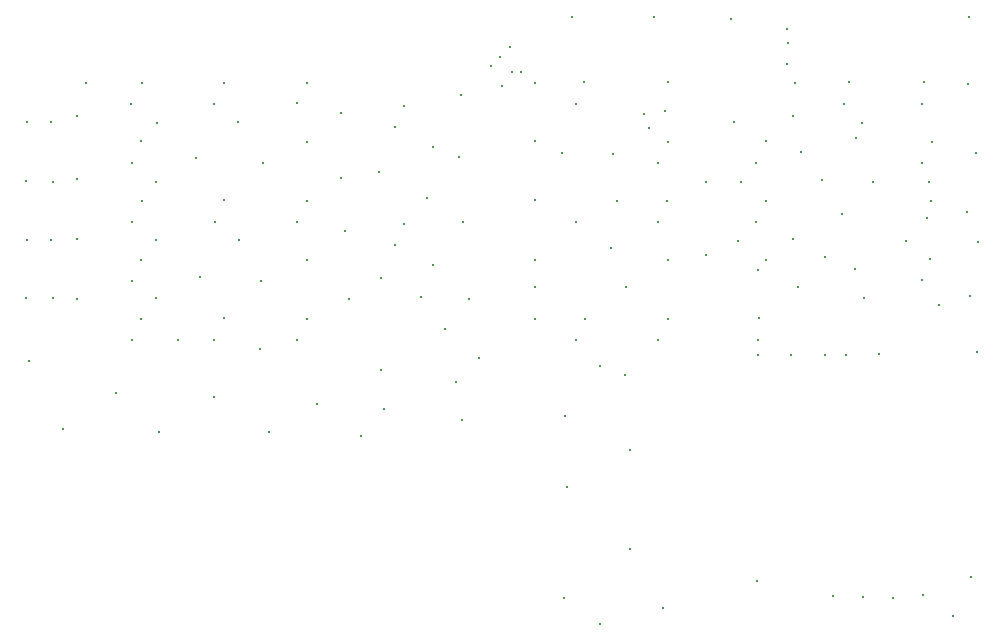
<source format=gbr>
%TF.GenerationSoftware,KiCad,Pcbnew,9.0.5*%
%TF.CreationDate,2025-11-12T22:48:52+02:00*%
%TF.ProjectId,Business_Card,42757369-6e65-4737-935f-436172642e6b,rev?*%
%TF.SameCoordinates,Original*%
%TF.FileFunction,Plated,1,4,PTH,Drill*%
%TF.FilePolarity,Positive*%
%FSLAX46Y46*%
G04 Gerber Fmt 4.6, Leading zero omitted, Abs format (unit mm)*
G04 Created by KiCad (PCBNEW 9.0.5) date 2025-11-12 22:48:52*
%MOMM*%
%LPD*%
G01*
G04 APERTURE LIST*
%TA.AperFunction,ViaDrill*%
%ADD10C,0.300000*%
%TD*%
G04 APERTURE END LIST*
D10*
X84410418Y-102470000D03*
X84410418Y-112350000D03*
X84500000Y-107460000D03*
X84510000Y-97450000D03*
X84720000Y-117660000D03*
X86580000Y-107460000D03*
X86590000Y-97450000D03*
X86690000Y-102500000D03*
X86690000Y-112350000D03*
X87540000Y-123470000D03*
X88720000Y-112450000D03*
X88750000Y-107340000D03*
X88770000Y-102300000D03*
X88790000Y-96940000D03*
X89490000Y-94120000D03*
X92030000Y-120420000D03*
X93360000Y-95900000D03*
X93370000Y-100890000D03*
X93370000Y-105900000D03*
X93370000Y-110890000D03*
X93409501Y-115888712D03*
X94190000Y-99100000D03*
X94190000Y-109100000D03*
X94190000Y-114130000D03*
X94220000Y-94110000D03*
X94230000Y-104130000D03*
X95440000Y-112330000D03*
X95460000Y-102510000D03*
X95460000Y-107450000D03*
X95520000Y-97500000D03*
X95700000Y-123720000D03*
X97270000Y-115940000D03*
X98860000Y-100480000D03*
X99130000Y-110550000D03*
X100320000Y-120750000D03*
X100350000Y-95900000D03*
X100370000Y-115890000D03*
X100430000Y-105890000D03*
X101170000Y-114080000D03*
X101220000Y-94110000D03*
X101230000Y-104080000D03*
X102420000Y-97430000D03*
X102460000Y-107470000D03*
X104290000Y-116650000D03*
X104360000Y-110930000D03*
X104540000Y-100900000D03*
X104980000Y-123720000D03*
X107360000Y-105880000D03*
X107400000Y-95880000D03*
X107420000Y-115890000D03*
X108200000Y-94110000D03*
X108200000Y-99110000D03*
X108220000Y-104120000D03*
X108220000Y-109120000D03*
X108220000Y-114110000D03*
X109060000Y-121330000D03*
X111080000Y-96660000D03*
X111080000Y-102150000D03*
X111410000Y-106720000D03*
X111820000Y-112410000D03*
X112810000Y-124010000D03*
X114320000Y-101720000D03*
X114480000Y-118440000D03*
X114500000Y-110680000D03*
X114750000Y-121740000D03*
X115670000Y-97900000D03*
X115720000Y-107870000D03*
X116460000Y-96100000D03*
X116460000Y-106110000D03*
X117870000Y-112290000D03*
X118410000Y-103860000D03*
X118870000Y-99590000D03*
X118870000Y-109570000D03*
X119940000Y-114970000D03*
X120810000Y-119480000D03*
X121100000Y-100400000D03*
X121270000Y-95190000D03*
X121350000Y-122690000D03*
X121400000Y-105880000D03*
X121980000Y-112460000D03*
X122770000Y-117460000D03*
X123806541Y-92707913D03*
X124606541Y-91907913D03*
X124780415Y-94379999D03*
X125406547Y-91107913D03*
X125580209Y-93210000D03*
X126381875Y-93192973D03*
X127500000Y-111379000D03*
X127520000Y-114110000D03*
X127530000Y-99090000D03*
X127550000Y-94130000D03*
X127550000Y-104090000D03*
X127550000Y-109100000D03*
X129810000Y-100090000D03*
X129990000Y-137750000D03*
X130100000Y-122320000D03*
X130270000Y-128380000D03*
X130640000Y-88590000D03*
X130970000Y-105890000D03*
X130970000Y-115910000D03*
X131010000Y-95910000D03*
X131720000Y-94080000D03*
X131780000Y-114100000D03*
X133000000Y-139950000D03*
X133010000Y-118150000D03*
X133980000Y-108160000D03*
X134160000Y-100180000D03*
X134490000Y-104130000D03*
X135190000Y-118830000D03*
X135220000Y-111380000D03*
X135560000Y-125230000D03*
X135560000Y-133580000D03*
X136760000Y-96810000D03*
X137190000Y-97940000D03*
X137600000Y-88590000D03*
X137960000Y-100920000D03*
X137970000Y-115890000D03*
X137980000Y-105900000D03*
X138390000Y-138620000D03*
X138562422Y-96561470D03*
X138670000Y-104140000D03*
X138820000Y-94100000D03*
X138820000Y-99130000D03*
X138820000Y-109100000D03*
X138820000Y-114110000D03*
X141980000Y-108720000D03*
X141990000Y-102500000D03*
X144090000Y-88770000D03*
X144420000Y-97480000D03*
X144730000Y-107540000D03*
X144940000Y-102520000D03*
X146250000Y-100890000D03*
X146250000Y-105890000D03*
X146330000Y-136340000D03*
X146400000Y-117154076D03*
X146430000Y-109979000D03*
X146440000Y-115870000D03*
X146460000Y-114080000D03*
X147060000Y-109100000D03*
X147080000Y-104110000D03*
X147130000Y-99100000D03*
X148840415Y-92499999D03*
X148870415Y-89599999D03*
X148970415Y-90800825D03*
X149170000Y-117154076D03*
X149360000Y-96930000D03*
X149400000Y-107350000D03*
X149550000Y-94110000D03*
X149800000Y-111430000D03*
X150040000Y-99990000D03*
X151810000Y-102370000D03*
X152060000Y-117204076D03*
X152100000Y-108840000D03*
X152790415Y-137559999D03*
X153490000Y-105260000D03*
X153720000Y-95910000D03*
X153860000Y-117144076D03*
X154130000Y-94100000D03*
X154630000Y-109860000D03*
X154670415Y-98789999D03*
X155250000Y-97550000D03*
X155310415Y-137659999D03*
X155370000Y-112320000D03*
X156120415Y-102490000D03*
X156670000Y-117104076D03*
X157880415Y-137719999D03*
X158910000Y-107514076D03*
X160260000Y-100900000D03*
X160270000Y-110860000D03*
X160280000Y-95890000D03*
X160410415Y-137539999D03*
X160510000Y-94100000D03*
X160760000Y-105590000D03*
X160910000Y-102550000D03*
X161000000Y-109060000D03*
X161040000Y-104140000D03*
X161120000Y-99130000D03*
X161730000Y-112920000D03*
X162950000Y-139290000D03*
X164140000Y-105044076D03*
X164160415Y-94229999D03*
X164260000Y-88560000D03*
X164340000Y-112150000D03*
X164470000Y-135990000D03*
X164880000Y-100110000D03*
X164960000Y-116924076D03*
X165050000Y-107600000D03*
M02*

</source>
